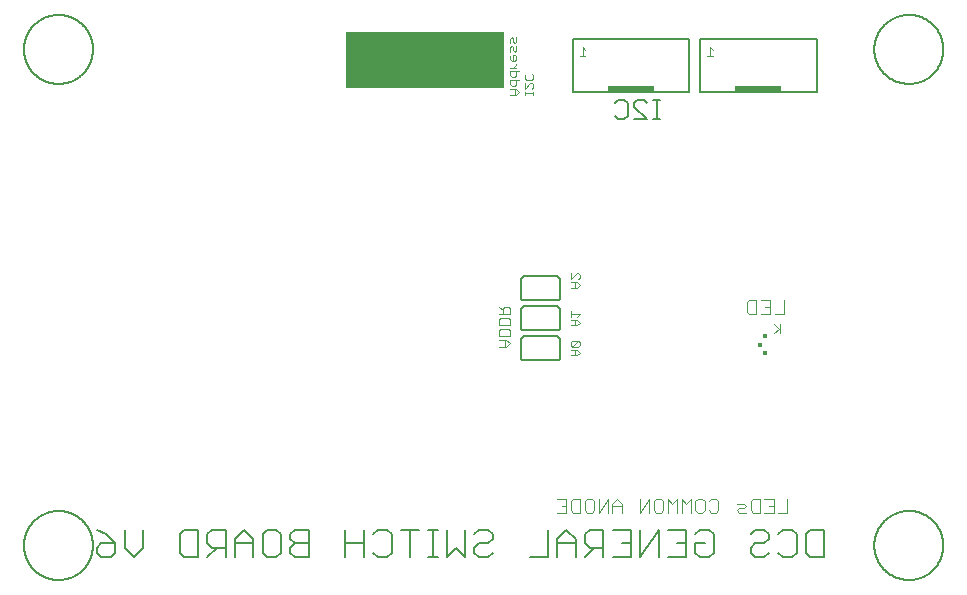
<source format=gbr>
G04 EAGLE Gerber RS-274X export*
G75*
%MOMM*%
%FSLAX34Y34*%
%LPD*%
%INSilkscreen Bottom*%
%IPPOS*%
%AMOC8*
5,1,8,0,0,1.08239X$1,22.5*%
G01*
%ADD10C,0.203200*%
%ADD11C,0.076200*%
%ADD12C,0.101600*%
%ADD13C,0.152400*%
%ADD14R,13.500000X4.750000*%
%ADD15R,0.425000X0.325000*%
%ADD16R,0.350000X0.350000*%
%ADD17R,4.000000X0.500000*%
%ADD18C,0.127000*%


D10*
X678434Y43454D02*
X678434Y20066D01*
X666740Y20066D01*
X662842Y23964D01*
X662842Y39556D01*
X666740Y43454D01*
X678434Y43454D01*
X643352Y43454D02*
X639454Y39556D01*
X643352Y43454D02*
X651148Y43454D01*
X655046Y39556D01*
X655046Y23964D01*
X651148Y20066D01*
X643352Y20066D01*
X639454Y23964D01*
X619964Y43454D02*
X616066Y39556D01*
X619964Y43454D02*
X627760Y43454D01*
X631658Y39556D01*
X631658Y35658D01*
X627760Y31760D01*
X619964Y31760D01*
X616066Y27862D01*
X616066Y23964D01*
X619964Y20066D01*
X627760Y20066D01*
X631658Y23964D01*
X573188Y43454D02*
X569290Y39556D01*
X573188Y43454D02*
X580984Y43454D01*
X584882Y39556D01*
X584882Y23964D01*
X580984Y20066D01*
X573188Y20066D01*
X569290Y23964D01*
X569290Y31760D01*
X577086Y31760D01*
X561494Y43454D02*
X545902Y43454D01*
X561494Y43454D02*
X561494Y20066D01*
X545902Y20066D01*
X553698Y31760D02*
X561494Y31760D01*
X538106Y20066D02*
X538106Y43454D01*
X522514Y20066D01*
X522514Y43454D01*
X514718Y43454D02*
X499126Y43454D01*
X514718Y43454D02*
X514718Y20066D01*
X499126Y20066D01*
X506922Y31760D02*
X514718Y31760D01*
X491330Y20066D02*
X491330Y43454D01*
X479636Y43454D01*
X475738Y39556D01*
X475738Y31760D01*
X479636Y27862D01*
X491330Y27862D01*
X483534Y27862D02*
X475738Y20066D01*
X467942Y20066D02*
X467942Y35658D01*
X460146Y43454D01*
X452350Y35658D01*
X452350Y20066D01*
X452350Y31760D02*
X467942Y31760D01*
X444554Y43454D02*
X444554Y20066D01*
X428962Y20066D01*
X386084Y43454D02*
X382186Y39556D01*
X386084Y43454D02*
X393880Y43454D01*
X397778Y39556D01*
X397778Y35658D01*
X393880Y31760D01*
X386084Y31760D01*
X382186Y27862D01*
X382186Y23964D01*
X386084Y20066D01*
X393880Y20066D01*
X397778Y23964D01*
X374390Y20066D02*
X374390Y43454D01*
X366594Y27862D02*
X374390Y20066D01*
X366594Y27862D02*
X358798Y20066D01*
X358798Y43454D01*
X351002Y20066D02*
X343206Y20066D01*
X347104Y20066D02*
X347104Y43454D01*
X351002Y43454D02*
X343206Y43454D01*
X327615Y43454D02*
X327615Y20066D01*
X335410Y43454D02*
X319819Y43454D01*
X300329Y43454D02*
X296431Y39556D01*
X300329Y43454D02*
X308125Y43454D01*
X312023Y39556D01*
X312023Y23964D01*
X308125Y20066D01*
X300329Y20066D01*
X296431Y23964D01*
X288635Y20066D02*
X288635Y43454D01*
X288635Y31760D02*
X273043Y31760D01*
X273043Y43454D02*
X273043Y20066D01*
X241859Y20066D02*
X241859Y43454D01*
X230165Y43454D01*
X226267Y39556D01*
X226267Y35658D01*
X230165Y31760D01*
X226267Y27862D01*
X226267Y23964D01*
X230165Y20066D01*
X241859Y20066D01*
X241859Y31760D02*
X230165Y31760D01*
X214573Y43454D02*
X206777Y43454D01*
X214573Y43454D02*
X218471Y39556D01*
X218471Y23964D01*
X214573Y20066D01*
X206777Y20066D01*
X202879Y23964D01*
X202879Y39556D01*
X206777Y43454D01*
X195083Y35658D02*
X195083Y20066D01*
X195083Y35658D02*
X187287Y43454D01*
X179491Y35658D01*
X179491Y20066D01*
X179491Y31760D02*
X195083Y31760D01*
X171695Y20066D02*
X171695Y43454D01*
X160001Y43454D01*
X156103Y39556D01*
X156103Y31760D01*
X160001Y27862D01*
X171695Y27862D01*
X163899Y27862D02*
X156103Y20066D01*
X148307Y20066D02*
X148307Y43454D01*
X148307Y20066D02*
X136613Y20066D01*
X132715Y23964D01*
X132715Y39556D01*
X136613Y43454D01*
X148307Y43454D01*
X101531Y43454D02*
X101531Y27862D01*
X93735Y20066D01*
X85939Y27862D01*
X85939Y43454D01*
X70347Y39556D02*
X62551Y43454D01*
X70347Y39556D02*
X78143Y31760D01*
X78143Y23964D01*
X74245Y20066D01*
X66449Y20066D01*
X62551Y23964D01*
X62551Y27862D01*
X66449Y31760D01*
X78143Y31760D01*
D11*
X402971Y197910D02*
X409242Y197910D01*
X412377Y201046D01*
X409242Y204181D01*
X402971Y204181D01*
X407674Y204181D02*
X407674Y197910D01*
X412377Y207265D02*
X402971Y207265D01*
X402971Y211968D01*
X404539Y213536D01*
X410809Y213536D01*
X412377Y211968D01*
X412377Y207265D01*
X412377Y216621D02*
X402971Y216621D01*
X402971Y221324D01*
X404539Y222891D01*
X410809Y222891D01*
X412377Y221324D01*
X412377Y216621D01*
X412377Y225976D02*
X402971Y225976D01*
X412377Y225976D02*
X412377Y230679D01*
X410809Y232246D01*
X407674Y232246D01*
X406106Y230679D01*
X406106Y225976D01*
X406106Y229111D02*
X402971Y232246D01*
X463931Y190881D02*
X468846Y190881D01*
X471303Y193338D01*
X468846Y195796D01*
X463931Y195796D01*
X467617Y195796D02*
X467617Y190881D01*
X465160Y198365D02*
X470075Y198365D01*
X471303Y199594D01*
X471303Y202051D01*
X470075Y203280D01*
X465160Y203280D01*
X463931Y202051D01*
X463931Y199594D01*
X465160Y198365D01*
X470075Y203280D01*
X468846Y216281D02*
X463931Y216281D01*
X468846Y216281D02*
X471303Y218738D01*
X468846Y221196D01*
X463931Y221196D01*
X467617Y221196D02*
X467617Y216281D01*
X468846Y223765D02*
X471303Y226223D01*
X463931Y226223D01*
X463931Y228680D02*
X463931Y223765D01*
X463931Y248031D02*
X468846Y248031D01*
X471303Y250488D01*
X468846Y252946D01*
X463931Y252946D01*
X467617Y252946D02*
X467617Y248031D01*
X463931Y255515D02*
X463931Y260430D01*
X463931Y255515D02*
X468846Y260430D01*
X470075Y260430D01*
X471303Y259201D01*
X471303Y256744D01*
X470075Y255515D01*
D12*
X647192Y69352D02*
X647192Y57658D01*
X639396Y57658D01*
X635498Y69352D02*
X627702Y69352D01*
X635498Y69352D02*
X635498Y57658D01*
X627702Y57658D01*
X631600Y63505D02*
X635498Y63505D01*
X623804Y69352D02*
X623804Y57658D01*
X617957Y57658D01*
X616008Y59607D01*
X616008Y67403D01*
X617957Y69352D01*
X623804Y69352D01*
X612110Y57658D02*
X606263Y57658D01*
X604314Y59607D01*
X606263Y61556D01*
X610161Y61556D01*
X612110Y63505D01*
X610161Y65454D01*
X604314Y65454D01*
X582875Y69352D02*
X580926Y67403D01*
X582875Y69352D02*
X586773Y69352D01*
X588722Y67403D01*
X588722Y59607D01*
X586773Y57658D01*
X582875Y57658D01*
X580926Y59607D01*
X575079Y69352D02*
X571181Y69352D01*
X575079Y69352D02*
X577028Y67403D01*
X577028Y59607D01*
X575079Y57658D01*
X571181Y57658D01*
X569232Y59607D01*
X569232Y67403D01*
X571181Y69352D01*
X565334Y69352D02*
X565334Y57658D01*
X561436Y65454D02*
X565334Y69352D01*
X561436Y65454D02*
X557538Y69352D01*
X557538Y57658D01*
X553640Y57658D02*
X553640Y69352D01*
X549742Y65454D01*
X545844Y69352D01*
X545844Y57658D01*
X539997Y69352D02*
X536099Y69352D01*
X539997Y69352D02*
X541946Y67403D01*
X541946Y59607D01*
X539997Y57658D01*
X536099Y57658D01*
X534150Y59607D01*
X534150Y67403D01*
X536099Y69352D01*
X530252Y69352D02*
X530252Y57658D01*
X522456Y57658D02*
X530252Y69352D01*
X522456Y69352D02*
X522456Y57658D01*
X506864Y57658D02*
X506864Y65454D01*
X502966Y69352D01*
X499068Y65454D01*
X499068Y57658D01*
X499068Y63505D02*
X506864Y63505D01*
X495170Y57658D02*
X495170Y69352D01*
X487374Y57658D01*
X487374Y69352D01*
X481527Y69352D02*
X477629Y69352D01*
X481527Y69352D02*
X483476Y67403D01*
X483476Y59607D01*
X481527Y57658D01*
X477629Y57658D01*
X475680Y59607D01*
X475680Y67403D01*
X477629Y69352D01*
X471782Y69352D02*
X471782Y57658D01*
X465936Y57658D01*
X463987Y59607D01*
X463987Y67403D01*
X465936Y69352D01*
X471782Y69352D01*
X460089Y69352D02*
X452293Y69352D01*
X460089Y69352D02*
X460089Y57658D01*
X452293Y57658D01*
X456191Y63505D02*
X460089Y63505D01*
D11*
X640969Y209931D02*
X640969Y217303D01*
X640969Y212388D02*
X636054Y217303D01*
X639740Y213617D02*
X636054Y209931D01*
D13*
X539238Y390762D02*
X533815Y390762D01*
X536526Y390762D02*
X536526Y407032D01*
X533815Y407032D02*
X539238Y407032D01*
X528324Y390762D02*
X517477Y390762D01*
X528324Y390762D02*
X517477Y401609D01*
X517477Y404320D01*
X520189Y407032D01*
X525612Y407032D01*
X528324Y404320D01*
X503817Y407032D02*
X501105Y404320D01*
X503817Y407032D02*
X509240Y407032D01*
X511952Y404320D01*
X511952Y393474D01*
X509240Y390762D01*
X503817Y390762D01*
X501105Y393474D01*
D14*
X340000Y441250D03*
D11*
X424753Y414197D02*
X424753Y411739D01*
X424753Y412968D02*
X432125Y412968D01*
X432125Y411739D02*
X432125Y414197D01*
X424753Y416729D02*
X424753Y421644D01*
X424753Y416729D02*
X429668Y421644D01*
X430897Y421644D01*
X432125Y420415D01*
X432125Y417957D01*
X430897Y416729D01*
X432125Y427899D02*
X430897Y429128D01*
X432125Y427899D02*
X432125Y425442D01*
X430897Y424213D01*
X425982Y424213D01*
X424753Y425442D01*
X424753Y427899D01*
X425982Y429128D01*
X417476Y411739D02*
X412561Y411739D01*
X417476Y411739D02*
X419933Y414197D01*
X417476Y416654D01*
X412561Y416654D01*
X416247Y416654D02*
X416247Y411739D01*
X419933Y424138D02*
X412561Y424138D01*
X412561Y420452D01*
X413790Y419223D01*
X416247Y419223D01*
X417476Y420452D01*
X417476Y424138D01*
X419933Y431622D02*
X412561Y431622D01*
X412561Y427936D01*
X413790Y426708D01*
X416247Y426708D01*
X417476Y427936D01*
X417476Y431622D01*
X417476Y434192D02*
X412561Y434192D01*
X415018Y434192D02*
X417476Y436649D01*
X417476Y437878D01*
X412561Y441657D02*
X412561Y444115D01*
X412561Y441657D02*
X413790Y440429D01*
X416247Y440429D01*
X417476Y441657D01*
X417476Y444115D01*
X416247Y445343D01*
X415018Y445343D01*
X415018Y440429D01*
X412561Y447913D02*
X412561Y451599D01*
X413790Y452828D01*
X415018Y451599D01*
X415018Y449141D01*
X416247Y447913D01*
X417476Y449141D01*
X417476Y452828D01*
X412561Y455397D02*
X412561Y459083D01*
X413790Y460312D01*
X415018Y459083D01*
X415018Y456626D01*
X416247Y455397D01*
X417476Y456626D01*
X417476Y460312D01*
D13*
X424180Y207010D02*
X452120Y207010D01*
X454660Y189230D02*
X454658Y189130D01*
X454652Y189031D01*
X454642Y188931D01*
X454629Y188833D01*
X454611Y188734D01*
X454590Y188637D01*
X454565Y188541D01*
X454536Y188445D01*
X454503Y188351D01*
X454467Y188258D01*
X454427Y188167D01*
X454383Y188077D01*
X454336Y187989D01*
X454286Y187903D01*
X454232Y187819D01*
X454175Y187737D01*
X454115Y187658D01*
X454051Y187580D01*
X453985Y187506D01*
X453916Y187434D01*
X453844Y187365D01*
X453770Y187299D01*
X453692Y187235D01*
X453613Y187175D01*
X453531Y187118D01*
X453447Y187064D01*
X453361Y187014D01*
X453273Y186967D01*
X453183Y186923D01*
X453092Y186883D01*
X452999Y186847D01*
X452905Y186814D01*
X452809Y186785D01*
X452713Y186760D01*
X452616Y186739D01*
X452517Y186721D01*
X452419Y186708D01*
X452319Y186698D01*
X452220Y186692D01*
X452120Y186690D01*
X424180Y186690D02*
X424080Y186692D01*
X423981Y186698D01*
X423881Y186708D01*
X423783Y186721D01*
X423684Y186739D01*
X423587Y186760D01*
X423491Y186785D01*
X423395Y186814D01*
X423301Y186847D01*
X423208Y186883D01*
X423117Y186923D01*
X423027Y186967D01*
X422939Y187014D01*
X422853Y187064D01*
X422769Y187118D01*
X422687Y187175D01*
X422608Y187235D01*
X422530Y187299D01*
X422456Y187365D01*
X422384Y187434D01*
X422315Y187506D01*
X422249Y187580D01*
X422185Y187658D01*
X422125Y187737D01*
X422068Y187819D01*
X422014Y187903D01*
X421964Y187989D01*
X421917Y188077D01*
X421873Y188167D01*
X421833Y188258D01*
X421797Y188351D01*
X421764Y188445D01*
X421735Y188541D01*
X421710Y188637D01*
X421689Y188734D01*
X421671Y188833D01*
X421658Y188931D01*
X421648Y189031D01*
X421642Y189130D01*
X421640Y189230D01*
X421640Y204470D02*
X421642Y204570D01*
X421648Y204669D01*
X421658Y204769D01*
X421671Y204867D01*
X421689Y204966D01*
X421710Y205063D01*
X421735Y205159D01*
X421764Y205255D01*
X421797Y205349D01*
X421833Y205442D01*
X421873Y205533D01*
X421917Y205623D01*
X421964Y205711D01*
X422014Y205797D01*
X422068Y205881D01*
X422125Y205963D01*
X422185Y206042D01*
X422249Y206120D01*
X422315Y206194D01*
X422384Y206266D01*
X422456Y206335D01*
X422530Y206401D01*
X422608Y206465D01*
X422687Y206525D01*
X422769Y206582D01*
X422853Y206636D01*
X422939Y206686D01*
X423027Y206733D01*
X423117Y206777D01*
X423208Y206817D01*
X423301Y206853D01*
X423395Y206886D01*
X423491Y206915D01*
X423587Y206940D01*
X423684Y206961D01*
X423783Y206979D01*
X423881Y206992D01*
X423981Y207002D01*
X424080Y207008D01*
X424180Y207010D01*
X452120Y207010D02*
X452220Y207008D01*
X452319Y207002D01*
X452419Y206992D01*
X452517Y206979D01*
X452616Y206961D01*
X452713Y206940D01*
X452809Y206915D01*
X452905Y206886D01*
X452999Y206853D01*
X453092Y206817D01*
X453183Y206777D01*
X453273Y206733D01*
X453361Y206686D01*
X453447Y206636D01*
X453531Y206582D01*
X453613Y206525D01*
X453692Y206465D01*
X453770Y206401D01*
X453844Y206335D01*
X453916Y206266D01*
X453985Y206194D01*
X454051Y206120D01*
X454115Y206042D01*
X454175Y205963D01*
X454232Y205881D01*
X454286Y205797D01*
X454336Y205711D01*
X454383Y205623D01*
X454427Y205533D01*
X454467Y205442D01*
X454503Y205349D01*
X454536Y205255D01*
X454565Y205159D01*
X454590Y205063D01*
X454611Y204966D01*
X454629Y204867D01*
X454642Y204769D01*
X454652Y204669D01*
X454658Y204570D01*
X454660Y204470D01*
X454660Y189230D01*
X421640Y189230D02*
X421640Y204470D01*
X424180Y186690D02*
X452120Y186690D01*
X452120Y232410D02*
X424180Y232410D01*
X452120Y212090D02*
X452220Y212092D01*
X452319Y212098D01*
X452419Y212108D01*
X452517Y212121D01*
X452616Y212139D01*
X452713Y212160D01*
X452809Y212185D01*
X452905Y212214D01*
X452999Y212247D01*
X453092Y212283D01*
X453183Y212323D01*
X453273Y212367D01*
X453361Y212414D01*
X453447Y212464D01*
X453531Y212518D01*
X453613Y212575D01*
X453692Y212635D01*
X453770Y212699D01*
X453844Y212765D01*
X453916Y212834D01*
X453985Y212906D01*
X454051Y212980D01*
X454115Y213058D01*
X454175Y213137D01*
X454232Y213219D01*
X454286Y213303D01*
X454336Y213389D01*
X454383Y213477D01*
X454427Y213567D01*
X454467Y213658D01*
X454503Y213751D01*
X454536Y213845D01*
X454565Y213941D01*
X454590Y214037D01*
X454611Y214134D01*
X454629Y214233D01*
X454642Y214331D01*
X454652Y214431D01*
X454658Y214530D01*
X454660Y214630D01*
X424180Y212090D02*
X424080Y212092D01*
X423981Y212098D01*
X423881Y212108D01*
X423783Y212121D01*
X423684Y212139D01*
X423587Y212160D01*
X423491Y212185D01*
X423395Y212214D01*
X423301Y212247D01*
X423208Y212283D01*
X423117Y212323D01*
X423027Y212367D01*
X422939Y212414D01*
X422853Y212464D01*
X422769Y212518D01*
X422687Y212575D01*
X422608Y212635D01*
X422530Y212699D01*
X422456Y212765D01*
X422384Y212834D01*
X422315Y212906D01*
X422249Y212980D01*
X422185Y213058D01*
X422125Y213137D01*
X422068Y213219D01*
X422014Y213303D01*
X421964Y213389D01*
X421917Y213477D01*
X421873Y213567D01*
X421833Y213658D01*
X421797Y213751D01*
X421764Y213845D01*
X421735Y213941D01*
X421710Y214037D01*
X421689Y214134D01*
X421671Y214233D01*
X421658Y214331D01*
X421648Y214431D01*
X421642Y214530D01*
X421640Y214630D01*
X421640Y229870D02*
X421642Y229970D01*
X421648Y230069D01*
X421658Y230169D01*
X421671Y230267D01*
X421689Y230366D01*
X421710Y230463D01*
X421735Y230559D01*
X421764Y230655D01*
X421797Y230749D01*
X421833Y230842D01*
X421873Y230933D01*
X421917Y231023D01*
X421964Y231111D01*
X422014Y231197D01*
X422068Y231281D01*
X422125Y231363D01*
X422185Y231442D01*
X422249Y231520D01*
X422315Y231594D01*
X422384Y231666D01*
X422456Y231735D01*
X422530Y231801D01*
X422608Y231865D01*
X422687Y231925D01*
X422769Y231982D01*
X422853Y232036D01*
X422939Y232086D01*
X423027Y232133D01*
X423117Y232177D01*
X423208Y232217D01*
X423301Y232253D01*
X423395Y232286D01*
X423491Y232315D01*
X423587Y232340D01*
X423684Y232361D01*
X423783Y232379D01*
X423881Y232392D01*
X423981Y232402D01*
X424080Y232408D01*
X424180Y232410D01*
X452120Y232410D02*
X452220Y232408D01*
X452319Y232402D01*
X452419Y232392D01*
X452517Y232379D01*
X452616Y232361D01*
X452713Y232340D01*
X452809Y232315D01*
X452905Y232286D01*
X452999Y232253D01*
X453092Y232217D01*
X453183Y232177D01*
X453273Y232133D01*
X453361Y232086D01*
X453447Y232036D01*
X453531Y231982D01*
X453613Y231925D01*
X453692Y231865D01*
X453770Y231801D01*
X453844Y231735D01*
X453916Y231666D01*
X453985Y231594D01*
X454051Y231520D01*
X454115Y231442D01*
X454175Y231363D01*
X454232Y231281D01*
X454286Y231197D01*
X454336Y231111D01*
X454383Y231023D01*
X454427Y230933D01*
X454467Y230842D01*
X454503Y230749D01*
X454536Y230655D01*
X454565Y230559D01*
X454590Y230463D01*
X454611Y230366D01*
X454629Y230267D01*
X454642Y230169D01*
X454652Y230069D01*
X454658Y229970D01*
X454660Y229870D01*
X454660Y214630D01*
X421640Y214630D02*
X421640Y229870D01*
X424180Y212090D02*
X452120Y212090D01*
X452120Y257810D02*
X424180Y257810D01*
X452120Y237490D02*
X452220Y237492D01*
X452319Y237498D01*
X452419Y237508D01*
X452517Y237521D01*
X452616Y237539D01*
X452713Y237560D01*
X452809Y237585D01*
X452905Y237614D01*
X452999Y237647D01*
X453092Y237683D01*
X453183Y237723D01*
X453273Y237767D01*
X453361Y237814D01*
X453447Y237864D01*
X453531Y237918D01*
X453613Y237975D01*
X453692Y238035D01*
X453770Y238099D01*
X453844Y238165D01*
X453916Y238234D01*
X453985Y238306D01*
X454051Y238380D01*
X454115Y238458D01*
X454175Y238537D01*
X454232Y238619D01*
X454286Y238703D01*
X454336Y238789D01*
X454383Y238877D01*
X454427Y238967D01*
X454467Y239058D01*
X454503Y239151D01*
X454536Y239245D01*
X454565Y239341D01*
X454590Y239437D01*
X454611Y239534D01*
X454629Y239633D01*
X454642Y239731D01*
X454652Y239831D01*
X454658Y239930D01*
X454660Y240030D01*
X424180Y237490D02*
X424080Y237492D01*
X423981Y237498D01*
X423881Y237508D01*
X423783Y237521D01*
X423684Y237539D01*
X423587Y237560D01*
X423491Y237585D01*
X423395Y237614D01*
X423301Y237647D01*
X423208Y237683D01*
X423117Y237723D01*
X423027Y237767D01*
X422939Y237814D01*
X422853Y237864D01*
X422769Y237918D01*
X422687Y237975D01*
X422608Y238035D01*
X422530Y238099D01*
X422456Y238165D01*
X422384Y238234D01*
X422315Y238306D01*
X422249Y238380D01*
X422185Y238458D01*
X422125Y238537D01*
X422068Y238619D01*
X422014Y238703D01*
X421964Y238789D01*
X421917Y238877D01*
X421873Y238967D01*
X421833Y239058D01*
X421797Y239151D01*
X421764Y239245D01*
X421735Y239341D01*
X421710Y239437D01*
X421689Y239534D01*
X421671Y239633D01*
X421658Y239731D01*
X421648Y239831D01*
X421642Y239930D01*
X421640Y240030D01*
X421640Y255270D02*
X421642Y255370D01*
X421648Y255469D01*
X421658Y255569D01*
X421671Y255667D01*
X421689Y255766D01*
X421710Y255863D01*
X421735Y255959D01*
X421764Y256055D01*
X421797Y256149D01*
X421833Y256242D01*
X421873Y256333D01*
X421917Y256423D01*
X421964Y256511D01*
X422014Y256597D01*
X422068Y256681D01*
X422125Y256763D01*
X422185Y256842D01*
X422249Y256920D01*
X422315Y256994D01*
X422384Y257066D01*
X422456Y257135D01*
X422530Y257201D01*
X422608Y257265D01*
X422687Y257325D01*
X422769Y257382D01*
X422853Y257436D01*
X422939Y257486D01*
X423027Y257533D01*
X423117Y257577D01*
X423208Y257617D01*
X423301Y257653D01*
X423395Y257686D01*
X423491Y257715D01*
X423587Y257740D01*
X423684Y257761D01*
X423783Y257779D01*
X423881Y257792D01*
X423981Y257802D01*
X424080Y257808D01*
X424180Y257810D01*
X452120Y257810D02*
X452220Y257808D01*
X452319Y257802D01*
X452419Y257792D01*
X452517Y257779D01*
X452616Y257761D01*
X452713Y257740D01*
X452809Y257715D01*
X452905Y257686D01*
X452999Y257653D01*
X453092Y257617D01*
X453183Y257577D01*
X453273Y257533D01*
X453361Y257486D01*
X453447Y257436D01*
X453531Y257382D01*
X453613Y257325D01*
X453692Y257265D01*
X453770Y257201D01*
X453844Y257135D01*
X453916Y257066D01*
X453985Y256994D01*
X454051Y256920D01*
X454115Y256842D01*
X454175Y256763D01*
X454232Y256681D01*
X454286Y256597D01*
X454336Y256511D01*
X454383Y256423D01*
X454427Y256333D01*
X454467Y256242D01*
X454503Y256149D01*
X454536Y256055D01*
X454565Y255959D01*
X454590Y255863D01*
X454611Y255766D01*
X454629Y255667D01*
X454642Y255569D01*
X454652Y255469D01*
X454658Y255370D01*
X454660Y255270D01*
X454660Y240030D01*
X421640Y240030D02*
X421640Y255270D01*
X424180Y237490D02*
X452120Y237490D01*
D15*
X627925Y193150D03*
X627925Y206900D03*
D16*
X624050Y200025D03*
D12*
X644174Y225933D02*
X644174Y237627D01*
X644174Y225933D02*
X636378Y225933D01*
X632480Y237627D02*
X624684Y237627D01*
X632480Y237627D02*
X632480Y225933D01*
X624684Y225933D01*
X628582Y231780D02*
X632480Y231780D01*
X620786Y237627D02*
X620786Y225933D01*
X614939Y225933D01*
X612990Y227882D01*
X612990Y235678D01*
X614939Y237627D01*
X620786Y237627D01*
D13*
X720790Y30000D02*
X720799Y30717D01*
X720825Y31433D01*
X720869Y32149D01*
X720931Y32863D01*
X721010Y33576D01*
X721106Y34286D01*
X721220Y34994D01*
X721351Y35699D01*
X721500Y36400D01*
X721665Y37097D01*
X721848Y37791D01*
X722048Y38479D01*
X722264Y39163D01*
X722497Y39841D01*
X722747Y40513D01*
X723013Y41178D01*
X723296Y41837D01*
X723594Y42489D01*
X723909Y43133D01*
X724239Y43769D01*
X724585Y44398D01*
X724946Y45017D01*
X725322Y45627D01*
X725713Y46228D01*
X726118Y46819D01*
X726538Y47400D01*
X726972Y47971D01*
X727420Y48531D01*
X727882Y49079D01*
X728357Y49616D01*
X728845Y50141D01*
X729345Y50655D01*
X729859Y51155D01*
X730384Y51643D01*
X730921Y52118D01*
X731469Y52580D01*
X732029Y53028D01*
X732600Y53462D01*
X733181Y53882D01*
X733772Y54287D01*
X734373Y54678D01*
X734983Y55054D01*
X735602Y55415D01*
X736231Y55761D01*
X736867Y56091D01*
X737511Y56406D01*
X738163Y56704D01*
X738822Y56987D01*
X739487Y57253D01*
X740159Y57503D01*
X740837Y57736D01*
X741521Y57952D01*
X742209Y58152D01*
X742903Y58335D01*
X743600Y58500D01*
X744301Y58649D01*
X745006Y58780D01*
X745714Y58894D01*
X746424Y58990D01*
X747137Y59069D01*
X747851Y59131D01*
X748567Y59175D01*
X749283Y59201D01*
X750000Y59210D01*
X750717Y59201D01*
X751433Y59175D01*
X752149Y59131D01*
X752863Y59069D01*
X753576Y58990D01*
X754286Y58894D01*
X754994Y58780D01*
X755699Y58649D01*
X756400Y58500D01*
X757097Y58335D01*
X757791Y58152D01*
X758479Y57952D01*
X759163Y57736D01*
X759841Y57503D01*
X760513Y57253D01*
X761178Y56987D01*
X761837Y56704D01*
X762489Y56406D01*
X763133Y56091D01*
X763769Y55761D01*
X764398Y55415D01*
X765017Y55054D01*
X765627Y54678D01*
X766228Y54287D01*
X766819Y53882D01*
X767400Y53462D01*
X767971Y53028D01*
X768531Y52580D01*
X769079Y52118D01*
X769616Y51643D01*
X770141Y51155D01*
X770655Y50655D01*
X771155Y50141D01*
X771643Y49616D01*
X772118Y49079D01*
X772580Y48531D01*
X773028Y47971D01*
X773462Y47400D01*
X773882Y46819D01*
X774287Y46228D01*
X774678Y45627D01*
X775054Y45017D01*
X775415Y44398D01*
X775761Y43769D01*
X776091Y43133D01*
X776406Y42489D01*
X776704Y41837D01*
X776987Y41178D01*
X777253Y40513D01*
X777503Y39841D01*
X777736Y39163D01*
X777952Y38479D01*
X778152Y37791D01*
X778335Y37097D01*
X778500Y36400D01*
X778649Y35699D01*
X778780Y34994D01*
X778894Y34286D01*
X778990Y33576D01*
X779069Y32863D01*
X779131Y32149D01*
X779175Y31433D01*
X779201Y30717D01*
X779210Y30000D01*
X779201Y29283D01*
X779175Y28567D01*
X779131Y27851D01*
X779069Y27137D01*
X778990Y26424D01*
X778894Y25714D01*
X778780Y25006D01*
X778649Y24301D01*
X778500Y23600D01*
X778335Y22903D01*
X778152Y22209D01*
X777952Y21521D01*
X777736Y20837D01*
X777503Y20159D01*
X777253Y19487D01*
X776987Y18822D01*
X776704Y18163D01*
X776406Y17511D01*
X776091Y16867D01*
X775761Y16231D01*
X775415Y15602D01*
X775054Y14983D01*
X774678Y14373D01*
X774287Y13772D01*
X773882Y13181D01*
X773462Y12600D01*
X773028Y12029D01*
X772580Y11469D01*
X772118Y10921D01*
X771643Y10384D01*
X771155Y9859D01*
X770655Y9345D01*
X770141Y8845D01*
X769616Y8357D01*
X769079Y7882D01*
X768531Y7420D01*
X767971Y6972D01*
X767400Y6538D01*
X766819Y6118D01*
X766228Y5713D01*
X765627Y5322D01*
X765017Y4946D01*
X764398Y4585D01*
X763769Y4239D01*
X763133Y3909D01*
X762489Y3594D01*
X761837Y3296D01*
X761178Y3013D01*
X760513Y2747D01*
X759841Y2497D01*
X759163Y2264D01*
X758479Y2048D01*
X757791Y1848D01*
X757097Y1665D01*
X756400Y1500D01*
X755699Y1351D01*
X754994Y1220D01*
X754286Y1106D01*
X753576Y1010D01*
X752863Y931D01*
X752149Y869D01*
X751433Y825D01*
X750717Y799D01*
X750000Y790D01*
X749283Y799D01*
X748567Y825D01*
X747851Y869D01*
X747137Y931D01*
X746424Y1010D01*
X745714Y1106D01*
X745006Y1220D01*
X744301Y1351D01*
X743600Y1500D01*
X742903Y1665D01*
X742209Y1848D01*
X741521Y2048D01*
X740837Y2264D01*
X740159Y2497D01*
X739487Y2747D01*
X738822Y3013D01*
X738163Y3296D01*
X737511Y3594D01*
X736867Y3909D01*
X736231Y4239D01*
X735602Y4585D01*
X734983Y4946D01*
X734373Y5322D01*
X733772Y5713D01*
X733181Y6118D01*
X732600Y6538D01*
X732029Y6972D01*
X731469Y7420D01*
X730921Y7882D01*
X730384Y8357D01*
X729859Y8845D01*
X729345Y9345D01*
X728845Y9859D01*
X728357Y10384D01*
X727882Y10921D01*
X727420Y11469D01*
X726972Y12029D01*
X726538Y12600D01*
X726118Y13181D01*
X725713Y13772D01*
X725322Y14373D01*
X724946Y14983D01*
X724585Y15602D01*
X724239Y16231D01*
X723909Y16867D01*
X723594Y17511D01*
X723296Y18163D01*
X723013Y18822D01*
X722747Y19487D01*
X722497Y20159D01*
X722264Y20837D01*
X722048Y21521D01*
X721848Y22209D01*
X721665Y22903D01*
X721500Y23600D01*
X721351Y24301D01*
X721220Y25006D01*
X721106Y25714D01*
X721010Y26424D01*
X720931Y27137D01*
X720869Y27851D01*
X720825Y28567D01*
X720799Y29283D01*
X720790Y30000D01*
X720790Y450000D02*
X720799Y450717D01*
X720825Y451433D01*
X720869Y452149D01*
X720931Y452863D01*
X721010Y453576D01*
X721106Y454286D01*
X721220Y454994D01*
X721351Y455699D01*
X721500Y456400D01*
X721665Y457097D01*
X721848Y457791D01*
X722048Y458479D01*
X722264Y459163D01*
X722497Y459841D01*
X722747Y460513D01*
X723013Y461178D01*
X723296Y461837D01*
X723594Y462489D01*
X723909Y463133D01*
X724239Y463769D01*
X724585Y464398D01*
X724946Y465017D01*
X725322Y465627D01*
X725713Y466228D01*
X726118Y466819D01*
X726538Y467400D01*
X726972Y467971D01*
X727420Y468531D01*
X727882Y469079D01*
X728357Y469616D01*
X728845Y470141D01*
X729345Y470655D01*
X729859Y471155D01*
X730384Y471643D01*
X730921Y472118D01*
X731469Y472580D01*
X732029Y473028D01*
X732600Y473462D01*
X733181Y473882D01*
X733772Y474287D01*
X734373Y474678D01*
X734983Y475054D01*
X735602Y475415D01*
X736231Y475761D01*
X736867Y476091D01*
X737511Y476406D01*
X738163Y476704D01*
X738822Y476987D01*
X739487Y477253D01*
X740159Y477503D01*
X740837Y477736D01*
X741521Y477952D01*
X742209Y478152D01*
X742903Y478335D01*
X743600Y478500D01*
X744301Y478649D01*
X745006Y478780D01*
X745714Y478894D01*
X746424Y478990D01*
X747137Y479069D01*
X747851Y479131D01*
X748567Y479175D01*
X749283Y479201D01*
X750000Y479210D01*
X750717Y479201D01*
X751433Y479175D01*
X752149Y479131D01*
X752863Y479069D01*
X753576Y478990D01*
X754286Y478894D01*
X754994Y478780D01*
X755699Y478649D01*
X756400Y478500D01*
X757097Y478335D01*
X757791Y478152D01*
X758479Y477952D01*
X759163Y477736D01*
X759841Y477503D01*
X760513Y477253D01*
X761178Y476987D01*
X761837Y476704D01*
X762489Y476406D01*
X763133Y476091D01*
X763769Y475761D01*
X764398Y475415D01*
X765017Y475054D01*
X765627Y474678D01*
X766228Y474287D01*
X766819Y473882D01*
X767400Y473462D01*
X767971Y473028D01*
X768531Y472580D01*
X769079Y472118D01*
X769616Y471643D01*
X770141Y471155D01*
X770655Y470655D01*
X771155Y470141D01*
X771643Y469616D01*
X772118Y469079D01*
X772580Y468531D01*
X773028Y467971D01*
X773462Y467400D01*
X773882Y466819D01*
X774287Y466228D01*
X774678Y465627D01*
X775054Y465017D01*
X775415Y464398D01*
X775761Y463769D01*
X776091Y463133D01*
X776406Y462489D01*
X776704Y461837D01*
X776987Y461178D01*
X777253Y460513D01*
X777503Y459841D01*
X777736Y459163D01*
X777952Y458479D01*
X778152Y457791D01*
X778335Y457097D01*
X778500Y456400D01*
X778649Y455699D01*
X778780Y454994D01*
X778894Y454286D01*
X778990Y453576D01*
X779069Y452863D01*
X779131Y452149D01*
X779175Y451433D01*
X779201Y450717D01*
X779210Y450000D01*
X779201Y449283D01*
X779175Y448567D01*
X779131Y447851D01*
X779069Y447137D01*
X778990Y446424D01*
X778894Y445714D01*
X778780Y445006D01*
X778649Y444301D01*
X778500Y443600D01*
X778335Y442903D01*
X778152Y442209D01*
X777952Y441521D01*
X777736Y440837D01*
X777503Y440159D01*
X777253Y439487D01*
X776987Y438822D01*
X776704Y438163D01*
X776406Y437511D01*
X776091Y436867D01*
X775761Y436231D01*
X775415Y435602D01*
X775054Y434983D01*
X774678Y434373D01*
X774287Y433772D01*
X773882Y433181D01*
X773462Y432600D01*
X773028Y432029D01*
X772580Y431469D01*
X772118Y430921D01*
X771643Y430384D01*
X771155Y429859D01*
X770655Y429345D01*
X770141Y428845D01*
X769616Y428357D01*
X769079Y427882D01*
X768531Y427420D01*
X767971Y426972D01*
X767400Y426538D01*
X766819Y426118D01*
X766228Y425713D01*
X765627Y425322D01*
X765017Y424946D01*
X764398Y424585D01*
X763769Y424239D01*
X763133Y423909D01*
X762489Y423594D01*
X761837Y423296D01*
X761178Y423013D01*
X760513Y422747D01*
X759841Y422497D01*
X759163Y422264D01*
X758479Y422048D01*
X757791Y421848D01*
X757097Y421665D01*
X756400Y421500D01*
X755699Y421351D01*
X754994Y421220D01*
X754286Y421106D01*
X753576Y421010D01*
X752863Y420931D01*
X752149Y420869D01*
X751433Y420825D01*
X750717Y420799D01*
X750000Y420790D01*
X749283Y420799D01*
X748567Y420825D01*
X747851Y420869D01*
X747137Y420931D01*
X746424Y421010D01*
X745714Y421106D01*
X745006Y421220D01*
X744301Y421351D01*
X743600Y421500D01*
X742903Y421665D01*
X742209Y421848D01*
X741521Y422048D01*
X740837Y422264D01*
X740159Y422497D01*
X739487Y422747D01*
X738822Y423013D01*
X738163Y423296D01*
X737511Y423594D01*
X736867Y423909D01*
X736231Y424239D01*
X735602Y424585D01*
X734983Y424946D01*
X734373Y425322D01*
X733772Y425713D01*
X733181Y426118D01*
X732600Y426538D01*
X732029Y426972D01*
X731469Y427420D01*
X730921Y427882D01*
X730384Y428357D01*
X729859Y428845D01*
X729345Y429345D01*
X728845Y429859D01*
X728357Y430384D01*
X727882Y430921D01*
X727420Y431469D01*
X726972Y432029D01*
X726538Y432600D01*
X726118Y433181D01*
X725713Y433772D01*
X725322Y434373D01*
X724946Y434983D01*
X724585Y435602D01*
X724239Y436231D01*
X723909Y436867D01*
X723594Y437511D01*
X723296Y438163D01*
X723013Y438822D01*
X722747Y439487D01*
X722497Y440159D01*
X722264Y440837D01*
X722048Y441521D01*
X721848Y442209D01*
X721665Y442903D01*
X721500Y443600D01*
X721351Y444301D01*
X721220Y445006D01*
X721106Y445714D01*
X721010Y446424D01*
X720931Y447137D01*
X720869Y447851D01*
X720825Y448567D01*
X720799Y449283D01*
X720790Y450000D01*
X790Y30000D02*
X799Y30717D01*
X825Y31433D01*
X869Y32149D01*
X931Y32863D01*
X1010Y33576D01*
X1106Y34286D01*
X1220Y34994D01*
X1351Y35699D01*
X1500Y36400D01*
X1665Y37097D01*
X1848Y37791D01*
X2048Y38479D01*
X2264Y39163D01*
X2497Y39841D01*
X2747Y40513D01*
X3013Y41178D01*
X3296Y41837D01*
X3594Y42489D01*
X3909Y43133D01*
X4239Y43769D01*
X4585Y44398D01*
X4946Y45017D01*
X5322Y45627D01*
X5713Y46228D01*
X6118Y46819D01*
X6538Y47400D01*
X6972Y47971D01*
X7420Y48531D01*
X7882Y49079D01*
X8357Y49616D01*
X8845Y50141D01*
X9345Y50655D01*
X9859Y51155D01*
X10384Y51643D01*
X10921Y52118D01*
X11469Y52580D01*
X12029Y53028D01*
X12600Y53462D01*
X13181Y53882D01*
X13772Y54287D01*
X14373Y54678D01*
X14983Y55054D01*
X15602Y55415D01*
X16231Y55761D01*
X16867Y56091D01*
X17511Y56406D01*
X18163Y56704D01*
X18822Y56987D01*
X19487Y57253D01*
X20159Y57503D01*
X20837Y57736D01*
X21521Y57952D01*
X22209Y58152D01*
X22903Y58335D01*
X23600Y58500D01*
X24301Y58649D01*
X25006Y58780D01*
X25714Y58894D01*
X26424Y58990D01*
X27137Y59069D01*
X27851Y59131D01*
X28567Y59175D01*
X29283Y59201D01*
X30000Y59210D01*
X30717Y59201D01*
X31433Y59175D01*
X32149Y59131D01*
X32863Y59069D01*
X33576Y58990D01*
X34286Y58894D01*
X34994Y58780D01*
X35699Y58649D01*
X36400Y58500D01*
X37097Y58335D01*
X37791Y58152D01*
X38479Y57952D01*
X39163Y57736D01*
X39841Y57503D01*
X40513Y57253D01*
X41178Y56987D01*
X41837Y56704D01*
X42489Y56406D01*
X43133Y56091D01*
X43769Y55761D01*
X44398Y55415D01*
X45017Y55054D01*
X45627Y54678D01*
X46228Y54287D01*
X46819Y53882D01*
X47400Y53462D01*
X47971Y53028D01*
X48531Y52580D01*
X49079Y52118D01*
X49616Y51643D01*
X50141Y51155D01*
X50655Y50655D01*
X51155Y50141D01*
X51643Y49616D01*
X52118Y49079D01*
X52580Y48531D01*
X53028Y47971D01*
X53462Y47400D01*
X53882Y46819D01*
X54287Y46228D01*
X54678Y45627D01*
X55054Y45017D01*
X55415Y44398D01*
X55761Y43769D01*
X56091Y43133D01*
X56406Y42489D01*
X56704Y41837D01*
X56987Y41178D01*
X57253Y40513D01*
X57503Y39841D01*
X57736Y39163D01*
X57952Y38479D01*
X58152Y37791D01*
X58335Y37097D01*
X58500Y36400D01*
X58649Y35699D01*
X58780Y34994D01*
X58894Y34286D01*
X58990Y33576D01*
X59069Y32863D01*
X59131Y32149D01*
X59175Y31433D01*
X59201Y30717D01*
X59210Y30000D01*
X59201Y29283D01*
X59175Y28567D01*
X59131Y27851D01*
X59069Y27137D01*
X58990Y26424D01*
X58894Y25714D01*
X58780Y25006D01*
X58649Y24301D01*
X58500Y23600D01*
X58335Y22903D01*
X58152Y22209D01*
X57952Y21521D01*
X57736Y20837D01*
X57503Y20159D01*
X57253Y19487D01*
X56987Y18822D01*
X56704Y18163D01*
X56406Y17511D01*
X56091Y16867D01*
X55761Y16231D01*
X55415Y15602D01*
X55054Y14983D01*
X54678Y14373D01*
X54287Y13772D01*
X53882Y13181D01*
X53462Y12600D01*
X53028Y12029D01*
X52580Y11469D01*
X52118Y10921D01*
X51643Y10384D01*
X51155Y9859D01*
X50655Y9345D01*
X50141Y8845D01*
X49616Y8357D01*
X49079Y7882D01*
X48531Y7420D01*
X47971Y6972D01*
X47400Y6538D01*
X46819Y6118D01*
X46228Y5713D01*
X45627Y5322D01*
X45017Y4946D01*
X44398Y4585D01*
X43769Y4239D01*
X43133Y3909D01*
X42489Y3594D01*
X41837Y3296D01*
X41178Y3013D01*
X40513Y2747D01*
X39841Y2497D01*
X39163Y2264D01*
X38479Y2048D01*
X37791Y1848D01*
X37097Y1665D01*
X36400Y1500D01*
X35699Y1351D01*
X34994Y1220D01*
X34286Y1106D01*
X33576Y1010D01*
X32863Y931D01*
X32149Y869D01*
X31433Y825D01*
X30717Y799D01*
X30000Y790D01*
X29283Y799D01*
X28567Y825D01*
X27851Y869D01*
X27137Y931D01*
X26424Y1010D01*
X25714Y1106D01*
X25006Y1220D01*
X24301Y1351D01*
X23600Y1500D01*
X22903Y1665D01*
X22209Y1848D01*
X21521Y2048D01*
X20837Y2264D01*
X20159Y2497D01*
X19487Y2747D01*
X18822Y3013D01*
X18163Y3296D01*
X17511Y3594D01*
X16867Y3909D01*
X16231Y4239D01*
X15602Y4585D01*
X14983Y4946D01*
X14373Y5322D01*
X13772Y5713D01*
X13181Y6118D01*
X12600Y6538D01*
X12029Y6972D01*
X11469Y7420D01*
X10921Y7882D01*
X10384Y8357D01*
X9859Y8845D01*
X9345Y9345D01*
X8845Y9859D01*
X8357Y10384D01*
X7882Y10921D01*
X7420Y11469D01*
X6972Y12029D01*
X6538Y12600D01*
X6118Y13181D01*
X5713Y13772D01*
X5322Y14373D01*
X4946Y14983D01*
X4585Y15602D01*
X4239Y16231D01*
X3909Y16867D01*
X3594Y17511D01*
X3296Y18163D01*
X3013Y18822D01*
X2747Y19487D01*
X2497Y20159D01*
X2264Y20837D01*
X2048Y21521D01*
X1848Y22209D01*
X1665Y22903D01*
X1500Y23600D01*
X1351Y24301D01*
X1220Y25006D01*
X1106Y25714D01*
X1010Y26424D01*
X931Y27137D01*
X869Y27851D01*
X825Y28567D01*
X799Y29283D01*
X790Y30000D01*
X790Y450000D02*
X799Y450717D01*
X825Y451433D01*
X869Y452149D01*
X931Y452863D01*
X1010Y453576D01*
X1106Y454286D01*
X1220Y454994D01*
X1351Y455699D01*
X1500Y456400D01*
X1665Y457097D01*
X1848Y457791D01*
X2048Y458479D01*
X2264Y459163D01*
X2497Y459841D01*
X2747Y460513D01*
X3013Y461178D01*
X3296Y461837D01*
X3594Y462489D01*
X3909Y463133D01*
X4239Y463769D01*
X4585Y464398D01*
X4946Y465017D01*
X5322Y465627D01*
X5713Y466228D01*
X6118Y466819D01*
X6538Y467400D01*
X6972Y467971D01*
X7420Y468531D01*
X7882Y469079D01*
X8357Y469616D01*
X8845Y470141D01*
X9345Y470655D01*
X9859Y471155D01*
X10384Y471643D01*
X10921Y472118D01*
X11469Y472580D01*
X12029Y473028D01*
X12600Y473462D01*
X13181Y473882D01*
X13772Y474287D01*
X14373Y474678D01*
X14983Y475054D01*
X15602Y475415D01*
X16231Y475761D01*
X16867Y476091D01*
X17511Y476406D01*
X18163Y476704D01*
X18822Y476987D01*
X19487Y477253D01*
X20159Y477503D01*
X20837Y477736D01*
X21521Y477952D01*
X22209Y478152D01*
X22903Y478335D01*
X23600Y478500D01*
X24301Y478649D01*
X25006Y478780D01*
X25714Y478894D01*
X26424Y478990D01*
X27137Y479069D01*
X27851Y479131D01*
X28567Y479175D01*
X29283Y479201D01*
X30000Y479210D01*
X30717Y479201D01*
X31433Y479175D01*
X32149Y479131D01*
X32863Y479069D01*
X33576Y478990D01*
X34286Y478894D01*
X34994Y478780D01*
X35699Y478649D01*
X36400Y478500D01*
X37097Y478335D01*
X37791Y478152D01*
X38479Y477952D01*
X39163Y477736D01*
X39841Y477503D01*
X40513Y477253D01*
X41178Y476987D01*
X41837Y476704D01*
X42489Y476406D01*
X43133Y476091D01*
X43769Y475761D01*
X44398Y475415D01*
X45017Y475054D01*
X45627Y474678D01*
X46228Y474287D01*
X46819Y473882D01*
X47400Y473462D01*
X47971Y473028D01*
X48531Y472580D01*
X49079Y472118D01*
X49616Y471643D01*
X50141Y471155D01*
X50655Y470655D01*
X51155Y470141D01*
X51643Y469616D01*
X52118Y469079D01*
X52580Y468531D01*
X53028Y467971D01*
X53462Y467400D01*
X53882Y466819D01*
X54287Y466228D01*
X54678Y465627D01*
X55054Y465017D01*
X55415Y464398D01*
X55761Y463769D01*
X56091Y463133D01*
X56406Y462489D01*
X56704Y461837D01*
X56987Y461178D01*
X57253Y460513D01*
X57503Y459841D01*
X57736Y459163D01*
X57952Y458479D01*
X58152Y457791D01*
X58335Y457097D01*
X58500Y456400D01*
X58649Y455699D01*
X58780Y454994D01*
X58894Y454286D01*
X58990Y453576D01*
X59069Y452863D01*
X59131Y452149D01*
X59175Y451433D01*
X59201Y450717D01*
X59210Y450000D01*
X59201Y449283D01*
X59175Y448567D01*
X59131Y447851D01*
X59069Y447137D01*
X58990Y446424D01*
X58894Y445714D01*
X58780Y445006D01*
X58649Y444301D01*
X58500Y443600D01*
X58335Y442903D01*
X58152Y442209D01*
X57952Y441521D01*
X57736Y440837D01*
X57503Y440159D01*
X57253Y439487D01*
X56987Y438822D01*
X56704Y438163D01*
X56406Y437511D01*
X56091Y436867D01*
X55761Y436231D01*
X55415Y435602D01*
X55054Y434983D01*
X54678Y434373D01*
X54287Y433772D01*
X53882Y433181D01*
X53462Y432600D01*
X53028Y432029D01*
X52580Y431469D01*
X52118Y430921D01*
X51643Y430384D01*
X51155Y429859D01*
X50655Y429345D01*
X50141Y428845D01*
X49616Y428357D01*
X49079Y427882D01*
X48531Y427420D01*
X47971Y426972D01*
X47400Y426538D01*
X46819Y426118D01*
X46228Y425713D01*
X45627Y425322D01*
X45017Y424946D01*
X44398Y424585D01*
X43769Y424239D01*
X43133Y423909D01*
X42489Y423594D01*
X41837Y423296D01*
X41178Y423013D01*
X40513Y422747D01*
X39841Y422497D01*
X39163Y422264D01*
X38479Y422048D01*
X37791Y421848D01*
X37097Y421665D01*
X36400Y421500D01*
X35699Y421351D01*
X34994Y421220D01*
X34286Y421106D01*
X33576Y421010D01*
X32863Y420931D01*
X32149Y420869D01*
X31433Y420825D01*
X30717Y420799D01*
X30000Y420790D01*
X29283Y420799D01*
X28567Y420825D01*
X27851Y420869D01*
X27137Y420931D01*
X26424Y421010D01*
X25714Y421106D01*
X25006Y421220D01*
X24301Y421351D01*
X23600Y421500D01*
X22903Y421665D01*
X22209Y421848D01*
X21521Y422048D01*
X20837Y422264D01*
X20159Y422497D01*
X19487Y422747D01*
X18822Y423013D01*
X18163Y423296D01*
X17511Y423594D01*
X16867Y423909D01*
X16231Y424239D01*
X15602Y424585D01*
X14983Y424946D01*
X14373Y425322D01*
X13772Y425713D01*
X13181Y426118D01*
X12600Y426538D01*
X12029Y426972D01*
X11469Y427420D01*
X10921Y427882D01*
X10384Y428357D01*
X9859Y428845D01*
X9345Y429345D01*
X8845Y429859D01*
X8357Y430384D01*
X7882Y430921D01*
X7420Y431469D01*
X6972Y432029D01*
X6538Y432600D01*
X6118Y433181D01*
X5713Y433772D01*
X5322Y434373D01*
X4946Y434983D01*
X4585Y435602D01*
X4239Y436231D01*
X3909Y436867D01*
X3594Y437511D01*
X3296Y438163D01*
X3013Y438822D01*
X2747Y439487D01*
X2497Y440159D01*
X2264Y440837D01*
X2048Y441521D01*
X1848Y442209D01*
X1665Y442903D01*
X1500Y443600D01*
X1351Y444301D01*
X1220Y445006D01*
X1106Y445714D01*
X1010Y446424D01*
X931Y447137D01*
X869Y447851D01*
X825Y448567D01*
X799Y449283D01*
X790Y450000D01*
D17*
X514550Y416300D03*
D11*
X476169Y449321D02*
X473712Y451778D01*
X473712Y444406D01*
X476169Y444406D02*
X471254Y444406D01*
D18*
X465550Y458800D02*
X564050Y458800D01*
X465550Y458800D02*
X465550Y413800D01*
X564050Y413800D01*
X564050Y458800D01*
D17*
X514550Y416300D03*
D11*
X476169Y449321D02*
X473712Y451778D01*
X473712Y444406D01*
X476169Y444406D02*
X471254Y444406D01*
D17*
X622500Y416300D03*
D11*
X584119Y449321D02*
X581662Y451778D01*
X581662Y444406D01*
X584119Y444406D02*
X579204Y444406D01*
D18*
X573500Y458800D02*
X672000Y458800D01*
X573500Y458800D02*
X573500Y413800D01*
X672000Y413800D01*
X672000Y458800D01*
D17*
X622500Y416300D03*
D11*
X584119Y449321D02*
X581662Y451778D01*
X581662Y444406D01*
X584119Y444406D02*
X579204Y444406D01*
M02*

</source>
